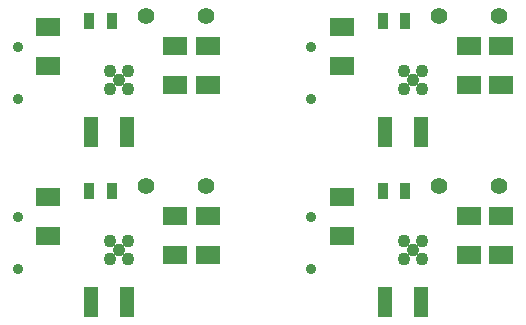
<source format=gbs>
G04 (created by PCBNEW (2013-may-18)-stable) date Сб 10 янв 2015 17:31:14*
%MOIN*%
G04 Gerber Fmt 3.4, Leading zero omitted, Abs format*
%FSLAX34Y34*%
G01*
G70*
G90*
G04 APERTURE LIST*
%ADD10C,0.00590551*%
%ADD11R,0.08X0.06*%
%ADD12C,0.055*%
%ADD13C,0.0433*%
%ADD14R,0.035X0.055*%
%ADD15R,0.05X0.1*%
%ADD16C,0.0354*%
G04 APERTURE END LIST*
G54D10*
G54D11*
X3248Y-7992D03*
X3248Y-6692D03*
G54D12*
X8500Y-6318D03*
X6500Y-6318D03*
G54D13*
X5310Y-8744D03*
X5610Y-8444D03*
X5910Y-8144D03*
X5310Y-8144D03*
X5910Y-8744D03*
G54D14*
X4605Y-6476D03*
X5355Y-6476D03*
G54D11*
X7480Y-7322D03*
X7480Y-8622D03*
X8562Y-8622D03*
X8562Y-7322D03*
G54D15*
X4675Y-10196D03*
X5875Y-10196D03*
G54D16*
X2231Y-7354D03*
X2231Y-9086D03*
X12014Y-7354D03*
X12014Y-9086D03*
G54D15*
X14459Y-10196D03*
X15659Y-10196D03*
G54D11*
X18346Y-8622D03*
X18346Y-7322D03*
X17263Y-7322D03*
X17263Y-8622D03*
G54D14*
X14388Y-6476D03*
X15138Y-6476D03*
G54D13*
X15093Y-8744D03*
X15393Y-8444D03*
X15693Y-8144D03*
X15093Y-8144D03*
X15693Y-8744D03*
G54D12*
X18283Y-6318D03*
X16283Y-6318D03*
G54D11*
X13031Y-7992D03*
X13031Y-6692D03*
X13031Y-2323D03*
X13031Y-1023D03*
G54D12*
X18283Y-649D03*
X16283Y-649D03*
G54D13*
X15093Y-3075D03*
X15393Y-2775D03*
X15693Y-2475D03*
X15093Y-2475D03*
X15693Y-3075D03*
G54D14*
X14388Y-807D03*
X15138Y-807D03*
G54D11*
X17263Y-1653D03*
X17263Y-2953D03*
X18346Y-2953D03*
X18346Y-1653D03*
G54D15*
X14459Y-4527D03*
X15659Y-4527D03*
G54D16*
X12014Y-1684D03*
X12014Y-3416D03*
X2231Y-1684D03*
X2231Y-3416D03*
G54D15*
X4675Y-4527D03*
X5875Y-4527D03*
G54D11*
X8562Y-2953D03*
X8562Y-1653D03*
X7480Y-1653D03*
X7480Y-2953D03*
G54D14*
X4605Y-807D03*
X5355Y-807D03*
G54D13*
X5310Y-3075D03*
X5610Y-2775D03*
X5910Y-2475D03*
X5310Y-2475D03*
X5910Y-3075D03*
G54D12*
X8500Y-649D03*
X6500Y-649D03*
G54D11*
X3248Y-2323D03*
X3248Y-1023D03*
M02*

</source>
